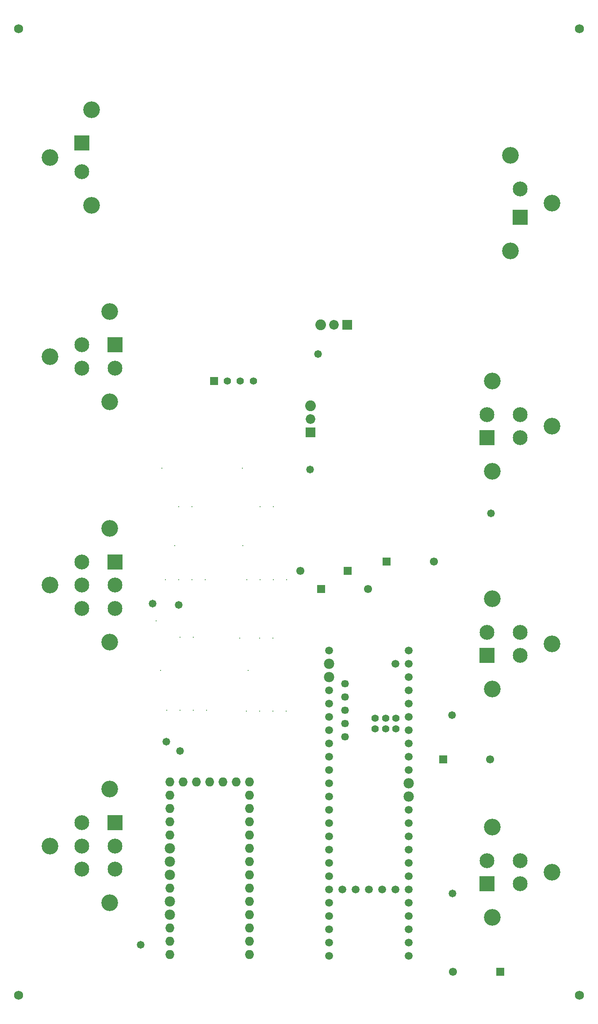
<source format=gbr>
%TF.GenerationSoftware,Altium Limited,Altium Designer,25.2.1 (25)*%
G04 Layer_Color=8388736*
%FSLAX45Y45*%
%MOMM*%
%TF.SameCoordinates,9B973337-7CBC-4795-9BC3-C09BD17617B4*%
%TF.FilePolarity,Negative*%
%TF.FileFunction,Soldermask,Top*%
%TF.Part,Single*%
G01*
G75*
%TA.AperFunction,ComponentPad*%
%ADD15C,1.40000*%
%ADD16R,1.85000X1.85000*%
%ADD17C,1.85000*%
%ADD26R,1.85000X1.85000*%
%ADD50R,1.55320X1.55320*%
%ADD51C,1.55320*%
%TA.AperFunction,ViaPad*%
%ADD52C,0.20320*%
%ADD53C,1.72720*%
%TA.AperFunction,ComponentPad*%
%ADD54R,1.60320X1.60320*%
%ADD55C,2.05320*%
%ADD56C,3.19320*%
%ADD57C,2.84320*%
%ADD58R,2.84320X2.84320*%
%ADD59O,1.73320X1.73319*%
%ADD60C,1.98120*%
%ADD61C,1.51120*%
%ADD62C,1.46120*%
%ADD63C,1.41120*%
%ADD64C,0.20320*%
%TA.AperFunction,ViaPad*%
%ADD65C,1.47320*%
D15*
X7166800Y14414500D02*
D03*
X7416800D02*
D03*
X7666800D02*
D03*
D16*
X9461500Y15494000D02*
D03*
D17*
X9207500D02*
D03*
X8757300Y13690601D02*
D03*
D26*
Y13436600D02*
D03*
D50*
X10218000Y10960100D02*
D03*
X9467000Y10782300D02*
D03*
X11297500Y7175500D02*
D03*
X12388000Y3111500D02*
D03*
X8960700Y10439400D02*
D03*
D51*
X11118000Y10960100D02*
D03*
X8567000Y10782300D02*
D03*
X12197500Y7175500D02*
D03*
X11488000Y3111500D02*
D03*
X9860700Y10439400D02*
D03*
D52*
X5803900Y9829800D02*
D03*
X7404100Y9499600D02*
D03*
X7569200Y8877300D02*
D03*
X5892800D02*
D03*
X7461250Y11264900D02*
D03*
X6159500D02*
D03*
X7454900Y12750800D02*
D03*
X5918200D02*
D03*
D53*
X3175000Y2667000D02*
D03*
X13906500D02*
D03*
Y21158200D02*
D03*
X3175000D02*
D03*
D54*
X6916800Y14414500D02*
D03*
D55*
X8953500Y15494000D02*
D03*
X8757300Y13944600D02*
D03*
D56*
X13385800Y5016500D02*
D03*
X12242800Y4151500D02*
D03*
Y5881500D02*
D03*
X13385800Y9385300D02*
D03*
X12242800Y8520300D02*
D03*
Y10250300D02*
D03*
X13385800Y13550900D02*
D03*
X12242800Y12685900D02*
D03*
Y14415900D02*
D03*
X3771900Y10510400D02*
D03*
X4914900Y11597400D02*
D03*
Y9423400D02*
D03*
X3771900Y18694400D02*
D03*
X4571900Y19609900D02*
D03*
Y17778900D02*
D03*
X13385800Y17818100D02*
D03*
X12585800Y16902600D02*
D03*
Y18733600D02*
D03*
X3771900Y14884399D02*
D03*
X4914900Y15749400D02*
D03*
Y14019400D02*
D03*
Y4432300D02*
D03*
Y6606300D02*
D03*
X3771900Y5519300D02*
D03*
D57*
X12775800Y4794000D02*
D03*
Y5239000D02*
D03*
X12140800D02*
D03*
X12775800Y9162800D02*
D03*
Y9607800D02*
D03*
X12140800D02*
D03*
X12775800Y13328400D02*
D03*
Y13773399D02*
D03*
X12140800D02*
D03*
X4381900Y10955400D02*
D03*
Y10065400D02*
D03*
X5016900Y10510400D02*
D03*
Y10065400D02*
D03*
X4381900Y10510400D02*
D03*
Y18421400D02*
D03*
X12775800Y18091100D02*
D03*
X4381900Y15106900D02*
D03*
Y14661900D02*
D03*
X5016900D02*
D03*
X4381900Y5519300D02*
D03*
X5016900Y5074300D02*
D03*
Y5519300D02*
D03*
X4381900Y5074300D02*
D03*
Y5964300D02*
D03*
D58*
X12140800Y4794000D02*
D03*
Y9162800D02*
D03*
Y13328400D02*
D03*
X5016900Y10955400D02*
D03*
X4381900Y18967400D02*
D03*
X12775800Y17545100D02*
D03*
X5016900Y15106900D02*
D03*
Y5964300D02*
D03*
D59*
X7594600Y6743700D02*
D03*
Y6489700D02*
D03*
Y6235700D02*
D03*
Y5981700D02*
D03*
Y5727700D02*
D03*
Y5473700D02*
D03*
Y5219700D02*
D03*
Y4965700D02*
D03*
Y4711700D02*
D03*
Y4457700D02*
D03*
Y4203700D02*
D03*
Y3949700D02*
D03*
Y3695700D02*
D03*
Y3441700D02*
D03*
X6070600Y6743700D02*
D03*
Y6489700D02*
D03*
Y6235700D02*
D03*
Y5981700D02*
D03*
Y5727700D02*
D03*
Y4711700D02*
D03*
Y3949700D02*
D03*
Y3695700D02*
D03*
Y3441700D02*
D03*
X7340600Y6743700D02*
D03*
X7086600D02*
D03*
X6832600D02*
D03*
X6578600D02*
D03*
X6324600D02*
D03*
D60*
X6070600Y5473700D02*
D03*
Y5219700D02*
D03*
Y4965700D02*
D03*
Y4457700D02*
D03*
Y4203700D02*
D03*
X10642600Y6718300D02*
D03*
Y6464300D02*
D03*
X9118600Y8750300D02*
D03*
Y9004300D02*
D03*
D61*
X10642600Y5448300D02*
D03*
Y5194300D02*
D03*
Y4940300D02*
D03*
Y4686300D02*
D03*
Y4432300D02*
D03*
Y4178300D02*
D03*
Y3924300D02*
D03*
Y3670300D02*
D03*
Y3416300D02*
D03*
X9118600D02*
D03*
Y3670300D02*
D03*
Y3924300D02*
D03*
Y4178300D02*
D03*
Y4432300D02*
D03*
Y4686300D02*
D03*
Y4940300D02*
D03*
Y5194300D02*
D03*
Y5448300D02*
D03*
X10642600Y9258300D02*
D03*
Y9004300D02*
D03*
Y8750300D02*
D03*
Y8496300D02*
D03*
Y8242300D02*
D03*
Y7988300D02*
D03*
Y7734300D02*
D03*
Y7480300D02*
D03*
Y7226300D02*
D03*
Y6972300D02*
D03*
Y6210300D02*
D03*
Y5956300D02*
D03*
X9118600Y5702300D02*
D03*
Y5956300D02*
D03*
Y6210300D02*
D03*
Y6464300D02*
D03*
Y6718300D02*
D03*
Y6972300D02*
D03*
Y7226300D02*
D03*
Y7480300D02*
D03*
Y7734300D02*
D03*
Y7988300D02*
D03*
Y8242300D02*
D03*
Y8496300D02*
D03*
X10642600Y5702300D02*
D03*
X10134600Y4686300D02*
D03*
X10388600Y9004300D02*
D03*
Y4686300D02*
D03*
X9880600D02*
D03*
X9626600D02*
D03*
X9372600D02*
D03*
X9118600Y9258300D02*
D03*
D62*
X9423600Y7607300D02*
D03*
Y7861300D02*
D03*
Y8115300D02*
D03*
Y8369300D02*
D03*
Y8623300D02*
D03*
D63*
X9997600Y7961300D02*
D03*
X10197600D02*
D03*
X9997600Y7761300D02*
D03*
X10197600D02*
D03*
X10397600Y7961300D02*
D03*
Y7761300D02*
D03*
D64*
X8305800Y10617200D02*
D03*
X8051800D02*
D03*
X7797800D02*
D03*
X7543800D02*
D03*
X7797800Y12014200D02*
D03*
X8051800D02*
D03*
X6743700Y10617200D02*
D03*
X6489700D02*
D03*
X6235700D02*
D03*
X5981700D02*
D03*
X6235700Y12014200D02*
D03*
X6489700D02*
D03*
X6769100Y8115300D02*
D03*
X6515100D02*
D03*
X6261100D02*
D03*
X6007100D02*
D03*
X6261100Y9512300D02*
D03*
X6515100D02*
D03*
X8293100Y8102600D02*
D03*
X8039100D02*
D03*
X7785100D02*
D03*
X7531100D02*
D03*
X7785100Y9499600D02*
D03*
X8039100D02*
D03*
D65*
X6261100Y7340600D02*
D03*
X5998449Y7518400D02*
D03*
X6235700Y10134600D02*
D03*
X5740400Y10160000D02*
D03*
X5511800Y3632200D02*
D03*
X11468100Y8026400D02*
D03*
X11480800Y4610100D02*
D03*
X12217400Y11887200D02*
D03*
X8750300Y12725400D02*
D03*
X8902700Y14935201D02*
D03*
%TF.MD5,4cecc17ba50624eb87049dcf3304246c*%
M02*

</source>
